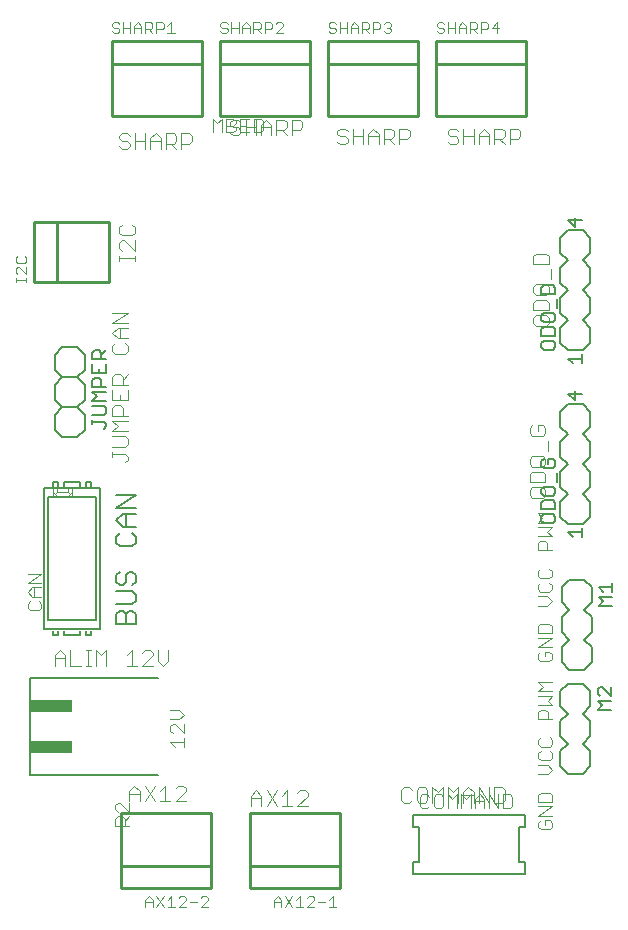
<source format=gto>
G75*
%MOIN*%
%OFA0B0*%
%FSLAX24Y24*%
%IPPOS*%
%LPD*%
%AMOC8*
5,1,8,0,0,1.08239X$1,22.5*
%
%ADD10C,0.0060*%
%ADD11C,0.0040*%
%ADD12C,0.0080*%
%ADD13C,0.0100*%
%ADD14C,0.0050*%
%ADD15R,0.1447X0.0413*%
D10*
X003612Y011041D02*
X003612Y011361D01*
X003719Y011468D01*
X003826Y011468D01*
X003933Y011361D01*
X003933Y011041D01*
X004253Y011041D02*
X004253Y011361D01*
X004146Y011468D01*
X004039Y011468D01*
X003933Y011361D01*
X004146Y011685D02*
X004253Y011792D01*
X004253Y012006D01*
X004146Y012112D01*
X003612Y012112D01*
X003719Y012330D02*
X003612Y012437D01*
X003612Y012650D01*
X003719Y012757D01*
X003933Y012650D02*
X003933Y012437D01*
X003826Y012330D01*
X003719Y012330D01*
X003933Y012650D02*
X004039Y012757D01*
X004146Y012757D01*
X004253Y012650D01*
X004253Y012437D01*
X004146Y012330D01*
X004146Y011685D02*
X003612Y011685D01*
X003612Y011041D02*
X004253Y011041D01*
X004146Y013619D02*
X003719Y013619D01*
X003612Y013726D01*
X003612Y013939D01*
X003719Y014046D01*
X003826Y014264D02*
X003612Y014477D01*
X003826Y014691D01*
X004253Y014691D01*
X004253Y014908D02*
X003612Y014908D01*
X004253Y015335D01*
X003612Y015335D01*
X003933Y014691D02*
X003933Y014264D01*
X003826Y014264D02*
X004253Y014264D01*
X004146Y014046D02*
X004253Y013939D01*
X004253Y013726D01*
X004146Y013619D01*
X002316Y017247D02*
X001816Y017247D01*
X001566Y017497D01*
X001566Y017997D01*
X001816Y018247D01*
X001566Y018497D01*
X001566Y018997D01*
X001816Y019247D01*
X001566Y019497D01*
X001566Y019997D01*
X001816Y020247D01*
X002316Y020247D01*
X002566Y019997D01*
X002566Y019497D01*
X002316Y019247D01*
X002566Y018997D01*
X002566Y018497D01*
X002316Y018247D01*
X002566Y017997D01*
X002566Y017497D01*
X002316Y017247D01*
X002316Y018247D02*
X001816Y018247D01*
X001816Y019247D02*
X002316Y019247D01*
X018409Y018107D02*
X018409Y017607D01*
X018659Y017357D01*
X018409Y017107D01*
X018409Y016607D01*
X018659Y016357D01*
X018409Y016107D01*
X018409Y015607D01*
X018659Y015357D01*
X018409Y015107D01*
X018409Y014607D01*
X018659Y014357D01*
X019159Y014357D01*
X019409Y014607D01*
X019409Y015107D01*
X019159Y015357D01*
X019409Y015607D01*
X019409Y016107D01*
X019159Y016357D01*
X019409Y016607D01*
X019409Y017107D01*
X019159Y017357D01*
X019409Y017607D01*
X019409Y018107D01*
X019159Y018357D01*
X018659Y018357D01*
X018409Y018107D01*
X018659Y020145D02*
X018409Y020395D01*
X018409Y020895D01*
X018659Y021145D01*
X018409Y021395D01*
X018409Y021895D01*
X018659Y022145D01*
X018409Y022395D01*
X018409Y022895D01*
X018659Y023145D01*
X018409Y023395D01*
X018409Y023895D01*
X018659Y024145D01*
X019159Y024145D01*
X019409Y023895D01*
X019409Y023395D01*
X019159Y023145D01*
X019409Y022895D01*
X019409Y022395D01*
X019159Y022145D01*
X019409Y021895D01*
X019409Y021395D01*
X019159Y021145D01*
X019409Y020895D01*
X019409Y020395D01*
X019159Y020145D01*
X018659Y020145D01*
D11*
X003578Y004537D02*
X003578Y004307D01*
X004039Y004307D01*
X003885Y004307D02*
X003885Y004537D01*
X003808Y004614D01*
X003655Y004614D01*
X003578Y004537D01*
X003655Y004767D02*
X003578Y004844D01*
X003578Y004997D01*
X003655Y005074D01*
X003732Y005074D01*
X004039Y004767D01*
X004039Y005074D01*
X004039Y005114D02*
X004039Y005460D01*
X004213Y005634D01*
X004386Y005460D01*
X004386Y005114D01*
X004555Y005114D02*
X004902Y005634D01*
X005070Y005460D02*
X005244Y005634D01*
X005244Y005114D01*
X005417Y005114D02*
X005070Y005114D01*
X004902Y005114D02*
X004555Y005634D01*
X004386Y005374D02*
X004039Y005374D01*
X004039Y004614D02*
X003885Y004460D01*
X004701Y001944D02*
X004821Y001824D01*
X004821Y001584D01*
X004950Y001584D02*
X005190Y001944D01*
X005318Y001824D02*
X005438Y001944D01*
X005438Y001584D01*
X005318Y001584D02*
X005558Y001584D01*
X005686Y001584D02*
X005926Y001824D01*
X005926Y001884D01*
X005866Y001944D01*
X005746Y001944D01*
X005686Y001884D01*
X005686Y001584D02*
X005926Y001584D01*
X006054Y001764D02*
X006295Y001764D01*
X006423Y001884D02*
X006483Y001944D01*
X006603Y001944D01*
X006663Y001884D01*
X006663Y001824D01*
X006423Y001584D01*
X006663Y001584D01*
X005190Y001584D02*
X004950Y001944D01*
X004821Y001764D02*
X004581Y001764D01*
X004581Y001824D02*
X004701Y001944D01*
X004581Y001824D02*
X004581Y001584D01*
X005586Y005114D02*
X005933Y005460D01*
X005933Y005547D01*
X005846Y005634D01*
X005673Y005634D01*
X005586Y005547D01*
X005586Y005114D02*
X005933Y005114D01*
X005869Y006929D02*
X005869Y007236D01*
X005869Y007083D02*
X005409Y007083D01*
X005562Y006929D01*
X005486Y007390D02*
X005409Y007466D01*
X005409Y007620D01*
X005486Y007697D01*
X005562Y007697D01*
X005869Y007390D01*
X005869Y007697D01*
X005716Y007850D02*
X005869Y008003D01*
X005716Y008157D01*
X005409Y008157D01*
X005409Y007850D02*
X005716Y007850D01*
X005166Y009633D02*
X005339Y009807D01*
X005339Y010154D01*
X004993Y010154D02*
X004993Y009807D01*
X005166Y009633D01*
X004824Y009633D02*
X004477Y009633D01*
X004824Y009980D01*
X004824Y010067D01*
X004737Y010154D01*
X004564Y010154D01*
X004477Y010067D01*
X004135Y010154D02*
X004135Y009633D01*
X004308Y009633D02*
X003961Y009633D01*
X003961Y009980D02*
X004135Y010154D01*
X003277Y010154D02*
X003277Y009633D01*
X003103Y009980D02*
X003277Y010154D01*
X003103Y009980D02*
X002930Y010154D01*
X002930Y009633D01*
X002760Y009633D02*
X002586Y009633D01*
X002673Y009633D02*
X002673Y010154D01*
X002586Y010154D02*
X002760Y010154D01*
X002418Y009633D02*
X002071Y009633D01*
X002071Y010154D01*
X001902Y009980D02*
X001902Y009633D01*
X001902Y009893D02*
X001555Y009893D01*
X001555Y009980D02*
X001728Y010154D01*
X001902Y009980D01*
X001555Y009980D02*
X001555Y009633D01*
X001037Y011478D02*
X000730Y011478D01*
X000653Y011554D01*
X000653Y011708D01*
X000730Y011785D01*
X000806Y011938D02*
X000653Y012092D01*
X000806Y012245D01*
X001113Y012245D01*
X001113Y012398D02*
X000653Y012398D01*
X001113Y012705D01*
X000653Y012705D01*
X000883Y012245D02*
X000883Y011938D01*
X000806Y011938D02*
X001113Y011938D01*
X001037Y011785D02*
X001113Y011708D01*
X001113Y011554D01*
X001037Y011478D01*
X001503Y015294D02*
X001503Y015412D01*
X001622Y015294D01*
X001582Y015373D02*
X001622Y015412D01*
X002015Y015412D01*
X002055Y015373D01*
X002015Y015412D02*
X002015Y015531D01*
X002133Y015531D02*
X002133Y015412D01*
X002015Y015294D01*
X002133Y015294D02*
X002133Y015412D01*
X001622Y015412D02*
X001622Y015531D01*
X001503Y015531D02*
X001503Y015412D01*
X003479Y016594D02*
X003479Y016768D01*
X003479Y016681D02*
X003912Y016681D01*
X003999Y016594D01*
X003999Y016507D01*
X003912Y016421D01*
X003912Y016936D02*
X003999Y017023D01*
X003999Y017196D01*
X003912Y017283D01*
X003479Y017283D01*
X003479Y017452D02*
X003652Y017625D01*
X003479Y017799D01*
X003999Y017799D01*
X003999Y017968D02*
X003479Y017968D01*
X003479Y018228D01*
X003565Y018314D01*
X003739Y018314D01*
X003826Y018228D01*
X003826Y017968D01*
X003739Y018483D02*
X003739Y018657D01*
X003999Y018483D02*
X003999Y018830D01*
X003999Y018999D02*
X003479Y018999D01*
X003479Y019259D01*
X003565Y019346D01*
X003739Y019346D01*
X003826Y019259D01*
X003826Y018999D01*
X003826Y019172D02*
X003999Y019346D01*
X003912Y020030D02*
X003565Y020030D01*
X003479Y020117D01*
X003479Y020290D01*
X003565Y020377D01*
X003652Y020546D02*
X003479Y020719D01*
X003652Y020893D01*
X003999Y020893D01*
X003999Y021061D02*
X003479Y021061D01*
X003999Y021408D01*
X003479Y021408D01*
X003739Y020893D02*
X003739Y020546D01*
X003652Y020546D02*
X003999Y020546D01*
X003912Y020377D02*
X003999Y020290D01*
X003999Y020117D01*
X003912Y020030D01*
X003479Y018830D02*
X003479Y018483D01*
X003999Y018483D01*
X003999Y017452D02*
X003479Y017452D01*
X003479Y016936D02*
X003912Y016936D01*
X000613Y022440D02*
X000613Y022560D01*
X000613Y022500D02*
X000253Y022500D01*
X000253Y022440D02*
X000253Y022560D01*
X000313Y022686D02*
X000253Y022746D01*
X000253Y022866D01*
X000313Y022926D01*
X000373Y022926D01*
X000613Y022686D01*
X000613Y022926D01*
X000553Y023054D02*
X000613Y023114D01*
X000613Y023234D01*
X000553Y023294D01*
X000553Y023054D02*
X000313Y023054D01*
X000253Y023114D01*
X000253Y023234D01*
X000313Y023294D01*
X003703Y023303D02*
X003703Y023129D01*
X003703Y023216D02*
X004224Y023216D01*
X004224Y023129D02*
X004224Y023303D01*
X004224Y023473D02*
X003877Y023820D01*
X003790Y023820D01*
X003703Y023733D01*
X003703Y023560D01*
X003790Y023473D01*
X004224Y023473D02*
X004224Y023820D01*
X004137Y023989D02*
X004224Y024075D01*
X004224Y024249D01*
X004137Y024336D01*
X004137Y023989D02*
X003790Y023989D01*
X003703Y024075D01*
X003703Y024249D01*
X003790Y024336D01*
X003804Y026865D02*
X003717Y026951D01*
X003804Y026865D02*
X003977Y026865D01*
X004064Y026951D01*
X004064Y027038D01*
X003977Y027125D01*
X003804Y027125D01*
X003717Y027212D01*
X003717Y027298D01*
X003804Y027385D01*
X003977Y027385D01*
X004064Y027298D01*
X004233Y027385D02*
X004233Y026865D01*
X004233Y027125D02*
X004579Y027125D01*
X004748Y027125D02*
X005095Y027125D01*
X005095Y027212D02*
X005095Y026865D01*
X005264Y026865D02*
X005264Y027385D01*
X005524Y027385D01*
X005611Y027298D01*
X005611Y027125D01*
X005524Y027038D01*
X005264Y027038D01*
X005437Y027038D02*
X005611Y026865D01*
X005779Y026865D02*
X005779Y027385D01*
X006040Y027385D01*
X006126Y027298D01*
X006126Y027125D01*
X006040Y027038D01*
X005779Y027038D01*
X005095Y027212D02*
X004922Y027385D01*
X004748Y027212D01*
X004748Y026865D01*
X004579Y026865D02*
X004579Y027385D01*
X006823Y027409D02*
X006823Y027869D01*
X006976Y027716D01*
X007130Y027869D01*
X007130Y027409D01*
X007283Y027409D02*
X007283Y027869D01*
X007513Y027869D01*
X007590Y027792D01*
X007590Y027716D01*
X007513Y027639D01*
X007283Y027639D01*
X007402Y027664D02*
X007489Y027578D01*
X007662Y027578D01*
X007749Y027491D01*
X007749Y027404D01*
X007662Y027317D01*
X007489Y027317D01*
X007402Y027404D01*
X007513Y027409D02*
X007283Y027409D01*
X007513Y027409D02*
X007590Y027486D01*
X007590Y027562D01*
X007513Y027639D01*
X007402Y027664D02*
X007402Y027751D01*
X007489Y027838D01*
X007662Y027838D01*
X007749Y027751D01*
X007743Y027639D02*
X007897Y027639D01*
X007918Y027578D02*
X008265Y027578D01*
X008433Y027578D02*
X008780Y027578D01*
X008780Y027664D02*
X008780Y027317D01*
X008949Y027317D02*
X008949Y027838D01*
X009209Y027838D01*
X009296Y027751D01*
X009296Y027578D01*
X009209Y027491D01*
X008949Y027491D01*
X009122Y027491D02*
X009296Y027317D01*
X009464Y027317D02*
X009464Y027838D01*
X009725Y027838D01*
X009811Y027751D01*
X009811Y027578D01*
X009725Y027491D01*
X009464Y027491D01*
X008780Y027664D02*
X008607Y027838D01*
X008433Y027664D01*
X008433Y027317D01*
X008434Y027409D02*
X008511Y027486D01*
X008511Y027792D01*
X008434Y027869D01*
X008204Y027869D01*
X008204Y027409D01*
X008434Y027409D01*
X008265Y027317D02*
X008265Y027838D01*
X008050Y027869D02*
X007743Y027869D01*
X007743Y027409D01*
X008050Y027409D01*
X007918Y027317D02*
X007918Y027838D01*
X007815Y030728D02*
X007815Y030968D01*
X007935Y031088D01*
X008055Y030968D01*
X008055Y030728D01*
X008183Y030728D02*
X008183Y031088D01*
X008364Y031088D01*
X008424Y031028D01*
X008424Y030908D01*
X008364Y030848D01*
X008183Y030848D01*
X008304Y030848D02*
X008424Y030728D01*
X008552Y030728D02*
X008552Y031088D01*
X008732Y031088D01*
X008792Y031028D01*
X008792Y030908D01*
X008732Y030848D01*
X008552Y030848D01*
X008920Y030728D02*
X009160Y030968D01*
X009160Y031028D01*
X009100Y031088D01*
X008980Y031088D01*
X008920Y031028D01*
X008920Y030728D02*
X009160Y030728D01*
X008055Y030908D02*
X007815Y030908D01*
X007687Y030908D02*
X007447Y030908D01*
X007319Y030848D02*
X007319Y030788D01*
X007259Y030728D01*
X007139Y030728D01*
X007079Y030788D01*
X007139Y030908D02*
X007259Y030908D01*
X007319Y030848D01*
X007447Y030728D02*
X007447Y031088D01*
X007319Y031028D02*
X007259Y031088D01*
X007139Y031088D01*
X007079Y031028D01*
X007079Y030968D01*
X007139Y030908D01*
X007687Y031088D02*
X007687Y030728D01*
X005554Y030728D02*
X005314Y030728D01*
X005434Y030728D02*
X005434Y031088D01*
X005314Y030968D01*
X005186Y031028D02*
X005186Y030908D01*
X005126Y030848D01*
X004945Y030848D01*
X004945Y030728D02*
X004945Y031088D01*
X005126Y031088D01*
X005186Y031028D01*
X004817Y031028D02*
X004817Y030908D01*
X004757Y030848D01*
X004577Y030848D01*
X004697Y030848D02*
X004817Y030728D01*
X004577Y030728D02*
X004577Y031088D01*
X004757Y031088D01*
X004817Y031028D01*
X004449Y030968D02*
X004329Y031088D01*
X004209Y030968D01*
X004209Y030728D01*
X004081Y030728D02*
X004081Y031088D01*
X004081Y030908D02*
X003841Y030908D01*
X003712Y030848D02*
X003712Y030788D01*
X003652Y030728D01*
X003532Y030728D01*
X003472Y030788D01*
X003532Y030908D02*
X003472Y030968D01*
X003472Y031028D01*
X003532Y031088D01*
X003652Y031088D01*
X003712Y031028D01*
X003652Y030908D02*
X003712Y030848D01*
X003652Y030908D02*
X003532Y030908D01*
X003841Y030728D02*
X003841Y031088D01*
X004209Y030908D02*
X004449Y030908D01*
X004449Y030968D02*
X004449Y030728D01*
X010685Y030788D02*
X010745Y030728D01*
X010865Y030728D01*
X010925Y030788D01*
X010925Y030848D01*
X010865Y030908D01*
X010745Y030908D01*
X010685Y030968D01*
X010685Y031028D01*
X010745Y031088D01*
X010865Y031088D01*
X010925Y031028D01*
X011053Y031088D02*
X011053Y030728D01*
X011053Y030908D02*
X011293Y030908D01*
X011421Y030908D02*
X011662Y030908D01*
X011662Y030968D02*
X011662Y030728D01*
X011790Y030728D02*
X011790Y031088D01*
X011970Y031088D01*
X012030Y031028D01*
X012030Y030908D01*
X011970Y030848D01*
X011790Y030848D01*
X011910Y030848D02*
X012030Y030728D01*
X012158Y030728D02*
X012158Y031088D01*
X012338Y031088D01*
X012398Y031028D01*
X012398Y030908D01*
X012338Y030848D01*
X012158Y030848D01*
X012526Y030788D02*
X012586Y030728D01*
X012707Y030728D01*
X012767Y030788D01*
X012767Y030848D01*
X012707Y030908D01*
X012647Y030908D01*
X012707Y030908D02*
X012767Y030968D01*
X012767Y031028D01*
X012707Y031088D01*
X012586Y031088D01*
X012526Y031028D01*
X011662Y030968D02*
X011542Y031088D01*
X011421Y030968D01*
X011421Y030728D01*
X011293Y030728D02*
X011293Y031088D01*
X011237Y027539D02*
X011063Y027539D01*
X010977Y027452D01*
X010977Y027365D01*
X011063Y027278D01*
X011237Y027278D01*
X011324Y027192D01*
X011324Y027105D01*
X011237Y027018D01*
X011063Y027018D01*
X010977Y027105D01*
X011324Y027452D02*
X011237Y027539D01*
X011492Y027539D02*
X011492Y027018D01*
X011492Y027278D02*
X011839Y027278D01*
X012008Y027278D02*
X012355Y027278D01*
X012355Y027365D02*
X012355Y027018D01*
X012524Y027018D02*
X012524Y027539D01*
X012784Y027539D01*
X012871Y027452D01*
X012871Y027278D01*
X012784Y027192D01*
X012524Y027192D01*
X012697Y027192D02*
X012871Y027018D01*
X013039Y027018D02*
X013039Y027539D01*
X013299Y027539D01*
X013386Y027452D01*
X013386Y027278D01*
X013299Y027192D01*
X013039Y027192D01*
X012355Y027365D02*
X012181Y027539D01*
X012008Y027365D01*
X012008Y027018D01*
X011839Y027018D02*
X011839Y027539D01*
X014351Y030728D02*
X014291Y030788D01*
X014351Y030728D02*
X014471Y030728D01*
X014531Y030788D01*
X014531Y030848D01*
X014471Y030908D01*
X014351Y030908D01*
X014291Y030968D01*
X014291Y031028D01*
X014351Y031088D01*
X014471Y031088D01*
X014531Y031028D01*
X014659Y031088D02*
X014659Y030728D01*
X014659Y030908D02*
X014900Y030908D01*
X015028Y030908D02*
X015268Y030908D01*
X015268Y030968D02*
X015268Y030728D01*
X015396Y030728D02*
X015396Y031088D01*
X015576Y031088D01*
X015636Y031028D01*
X015636Y030908D01*
X015576Y030848D01*
X015396Y030848D01*
X015516Y030848D02*
X015636Y030728D01*
X015764Y030728D02*
X015764Y031088D01*
X015945Y031088D01*
X016005Y031028D01*
X016005Y030908D01*
X015945Y030848D01*
X015764Y030848D01*
X016133Y030908D02*
X016373Y030908D01*
X016313Y030728D02*
X016313Y031088D01*
X016133Y030908D01*
X015268Y030968D02*
X015148Y031088D01*
X015028Y030968D01*
X015028Y030728D01*
X014900Y030728D02*
X014900Y031088D01*
X014922Y027539D02*
X014748Y027539D01*
X014662Y027452D01*
X014662Y027365D01*
X014748Y027278D01*
X014922Y027278D01*
X015009Y027192D01*
X015009Y027105D01*
X014922Y027018D01*
X014748Y027018D01*
X014662Y027105D01*
X015009Y027452D02*
X014922Y027539D01*
X015177Y027539D02*
X015177Y027018D01*
X015177Y027278D02*
X015524Y027278D01*
X015693Y027278D02*
X016040Y027278D01*
X016040Y027365D02*
X016040Y027018D01*
X016209Y027018D02*
X016209Y027539D01*
X016469Y027539D01*
X016556Y027452D01*
X016556Y027278D01*
X016469Y027192D01*
X016209Y027192D01*
X016382Y027192D02*
X016556Y027018D01*
X016724Y027018D02*
X016724Y027539D01*
X016985Y027539D01*
X017071Y027452D01*
X017071Y027278D01*
X016985Y027192D01*
X016724Y027192D01*
X016040Y027365D02*
X015867Y027539D01*
X015693Y027365D01*
X015693Y027018D01*
X015524Y027018D02*
X015524Y027539D01*
X017590Y023374D02*
X017503Y023287D01*
X017503Y023027D01*
X018024Y023027D01*
X018024Y023287D01*
X017937Y023374D01*
X017590Y023374D01*
X018110Y022858D02*
X018110Y022511D01*
X017937Y022343D02*
X018024Y022256D01*
X018024Y022082D01*
X017937Y021996D01*
X017590Y021996D01*
X017503Y022082D01*
X017503Y022256D01*
X017590Y022343D01*
X017937Y022343D01*
X017937Y021827D02*
X017590Y021827D01*
X017503Y021740D01*
X017503Y021480D01*
X018024Y021480D01*
X018024Y021740D01*
X017937Y021827D01*
X017937Y021311D02*
X017590Y021311D01*
X017503Y021225D01*
X017503Y021051D01*
X017590Y020964D01*
X017937Y020964D01*
X018024Y021051D01*
X018024Y021225D01*
X017937Y021311D01*
X017827Y017646D02*
X017653Y017646D01*
X017653Y017472D01*
X017480Y017299D02*
X017827Y017299D01*
X017913Y017385D01*
X017913Y017559D01*
X017827Y017646D01*
X017480Y017646D02*
X017393Y017559D01*
X017393Y017385D01*
X017480Y017299D01*
X018000Y017130D02*
X018000Y016783D01*
X017827Y016614D02*
X017480Y016614D01*
X017393Y016528D01*
X017393Y016354D01*
X017480Y016267D01*
X017827Y016267D01*
X017913Y016354D01*
X017913Y016528D01*
X017827Y016614D01*
X017827Y016099D02*
X017480Y016099D01*
X017393Y016012D01*
X017393Y015752D01*
X017913Y015752D01*
X017913Y016012D01*
X017827Y016099D01*
X017827Y015583D02*
X017480Y015583D01*
X017393Y015496D01*
X017393Y015323D01*
X017480Y015236D01*
X017827Y015236D01*
X017913Y015323D01*
X017913Y015496D01*
X017827Y015583D01*
X017661Y014709D02*
X018121Y014709D01*
X018121Y014402D02*
X017661Y014402D01*
X017814Y014556D01*
X017661Y014709D01*
X017661Y014249D02*
X018121Y014249D01*
X017968Y014096D01*
X018121Y013942D01*
X017661Y013942D01*
X017738Y013789D02*
X017891Y013789D01*
X017968Y013712D01*
X017968Y013482D01*
X018121Y013482D02*
X017661Y013482D01*
X017661Y013712D01*
X017738Y013789D01*
X017738Y012868D02*
X017661Y012791D01*
X017661Y012638D01*
X017738Y012561D01*
X018044Y012561D01*
X018121Y012638D01*
X018121Y012791D01*
X018044Y012868D01*
X018044Y012407D02*
X018121Y012331D01*
X018121Y012177D01*
X018044Y012101D01*
X017738Y012101D01*
X017661Y012177D01*
X017661Y012331D01*
X017738Y012407D01*
X017661Y011947D02*
X017968Y011947D01*
X018121Y011794D01*
X017968Y011640D01*
X017661Y011640D01*
X017738Y011026D02*
X017661Y010950D01*
X017661Y010719D01*
X018121Y010719D01*
X018121Y010950D01*
X018044Y011026D01*
X017738Y011026D01*
X017661Y010566D02*
X018121Y010566D01*
X017661Y010259D01*
X018121Y010259D01*
X018044Y010105D02*
X017891Y010105D01*
X017891Y009952D01*
X017738Y009799D02*
X018044Y009799D01*
X018121Y009875D01*
X018121Y010029D01*
X018044Y010105D01*
X017738Y010105D02*
X017661Y010029D01*
X017661Y009875D01*
X017738Y009799D01*
X017680Y009087D02*
X018141Y009087D01*
X018141Y008780D02*
X017680Y008780D01*
X017834Y008934D01*
X017680Y009087D01*
X017680Y008627D02*
X018141Y008627D01*
X017987Y008474D01*
X018141Y008320D01*
X017680Y008320D01*
X017757Y008167D02*
X017911Y008167D01*
X017987Y008090D01*
X017987Y007860D01*
X018141Y007860D02*
X017680Y007860D01*
X017680Y008090D01*
X017757Y008167D01*
X017757Y007246D02*
X017680Y007169D01*
X017680Y007016D01*
X017757Y006939D01*
X018064Y006939D01*
X018141Y007016D01*
X018141Y007169D01*
X018064Y007246D01*
X018064Y006785D02*
X018141Y006709D01*
X018141Y006555D01*
X018064Y006478D01*
X017757Y006478D01*
X017680Y006555D01*
X017680Y006709D01*
X017757Y006785D01*
X017680Y006325D02*
X017987Y006325D01*
X018141Y006172D01*
X017987Y006018D01*
X017680Y006018D01*
X017757Y005404D02*
X017680Y005327D01*
X017680Y005097D01*
X018141Y005097D01*
X018141Y005327D01*
X018064Y005404D01*
X017757Y005404D01*
X017680Y004944D02*
X018141Y004944D01*
X017680Y004637D01*
X018141Y004637D01*
X018064Y004483D02*
X017911Y004483D01*
X017911Y004330D01*
X018064Y004483D02*
X018141Y004407D01*
X018141Y004253D01*
X018064Y004177D01*
X017757Y004177D01*
X017680Y004253D01*
X017680Y004407D01*
X017757Y004483D01*
X016803Y004962D02*
X016803Y005269D01*
X016727Y005346D01*
X016496Y005346D01*
X016496Y004885D01*
X016727Y004885D01*
X016803Y004962D01*
X016555Y005153D02*
X016555Y005500D01*
X016468Y005587D01*
X016208Y005587D01*
X016208Y005066D01*
X016468Y005066D01*
X016555Y005153D01*
X016343Y005346D02*
X016343Y004885D01*
X016036Y005346D01*
X016036Y004885D01*
X015883Y004885D02*
X015883Y005192D01*
X015729Y005346D01*
X015576Y005192D01*
X015576Y004885D01*
X015422Y004885D02*
X015422Y005346D01*
X015269Y005192D01*
X015115Y005346D01*
X015115Y004885D01*
X014962Y004885D02*
X014962Y005346D01*
X014808Y005192D01*
X014655Y005346D01*
X014655Y004885D01*
X014501Y004962D02*
X014501Y005269D01*
X014425Y005346D01*
X014271Y005346D01*
X014194Y005269D01*
X014194Y004962D01*
X014271Y004885D01*
X014425Y004885D01*
X014501Y004962D01*
X014492Y005066D02*
X014492Y005587D01*
X014319Y005413D01*
X014145Y005587D01*
X014145Y005066D01*
X014041Y004962D02*
X013964Y004885D01*
X013811Y004885D01*
X013734Y004962D01*
X013734Y005269D01*
X013811Y005346D01*
X013964Y005346D01*
X014041Y005269D01*
X013977Y005153D02*
X013977Y005500D01*
X013890Y005587D01*
X013716Y005587D01*
X013630Y005500D01*
X013630Y005153D01*
X013716Y005066D01*
X013890Y005066D01*
X013977Y005153D01*
X013461Y005153D02*
X013374Y005066D01*
X013201Y005066D01*
X013114Y005153D01*
X013114Y005500D01*
X013201Y005587D01*
X013374Y005587D01*
X013461Y005500D01*
X014661Y005587D02*
X014661Y005066D01*
X014834Y005413D02*
X014661Y005587D01*
X014834Y005413D02*
X015008Y005587D01*
X015008Y005066D01*
X015177Y005066D02*
X015177Y005413D01*
X015350Y005587D01*
X015523Y005413D01*
X015523Y005066D01*
X015576Y005115D02*
X015883Y005115D01*
X016039Y005066D02*
X015692Y005587D01*
X015692Y005066D01*
X015523Y005326D02*
X015177Y005326D01*
X016039Y005066D02*
X016039Y005587D01*
X010950Y001584D02*
X010710Y001584D01*
X010830Y001584D02*
X010830Y001944D01*
X010710Y001824D01*
X010582Y001764D02*
X010342Y001764D01*
X010214Y001824D02*
X010214Y001884D01*
X010154Y001944D01*
X010034Y001944D01*
X009974Y001884D01*
X010214Y001824D02*
X009974Y001584D01*
X010214Y001584D01*
X009845Y001584D02*
X009605Y001584D01*
X009725Y001584D02*
X009725Y001944D01*
X009605Y001824D01*
X009477Y001944D02*
X009237Y001584D01*
X009109Y001584D02*
X009109Y001824D01*
X008989Y001944D01*
X008869Y001824D01*
X008869Y001584D01*
X008869Y001764D02*
X009109Y001764D01*
X009237Y001944D02*
X009477Y001584D01*
X009480Y004960D02*
X009133Y004960D01*
X008965Y004960D02*
X008618Y005480D01*
X008449Y005307D02*
X008449Y004960D01*
X008618Y004960D02*
X008965Y005480D01*
X009133Y005307D02*
X009307Y005480D01*
X009307Y004960D01*
X009649Y004960D02*
X009996Y005307D01*
X009996Y005394D01*
X009909Y005480D01*
X009736Y005480D01*
X009649Y005394D01*
X009649Y004960D02*
X009996Y004960D01*
X008449Y005220D02*
X008102Y005220D01*
X008102Y005307D02*
X008276Y005480D01*
X008449Y005307D01*
X008102Y005307D02*
X008102Y004960D01*
D12*
X005015Y005987D02*
X000724Y005987D01*
X000724Y009216D01*
X005015Y009216D01*
X003078Y010845D02*
X003078Y015570D01*
X001188Y015570D01*
X001188Y010845D01*
X003078Y010845D01*
X002921Y011160D02*
X002921Y015255D01*
X001346Y015255D01*
X001346Y011160D01*
X002921Y011160D01*
X002763Y010806D02*
X002763Y010649D01*
X002606Y010649D01*
X002606Y010806D01*
X002409Y010806D02*
X002409Y010649D01*
X001858Y010649D01*
X001858Y010806D01*
X001661Y010806D02*
X001661Y010649D01*
X001503Y010649D01*
X001503Y010806D01*
X001503Y015609D02*
X001503Y015767D01*
X001661Y015767D01*
X001661Y015609D01*
X001858Y015609D02*
X001858Y015767D01*
X002409Y015767D01*
X002409Y015609D01*
X002606Y015609D02*
X002606Y015767D01*
X002763Y015767D01*
X002763Y015609D01*
X018413Y008784D02*
X018413Y008284D01*
X018663Y008034D01*
X018413Y007784D01*
X018413Y007284D01*
X018663Y007034D01*
X018413Y006784D01*
X018413Y006284D01*
X018663Y006034D01*
X019163Y006034D01*
X019413Y006284D01*
X019413Y006784D01*
X019163Y007034D01*
X019413Y007284D01*
X019413Y007784D01*
X019163Y008034D01*
X019413Y008284D01*
X019413Y008784D01*
X019163Y009034D01*
X018663Y009034D01*
X018413Y008784D01*
X018702Y009503D02*
X019202Y009503D01*
X019452Y009753D01*
X019452Y010253D01*
X019202Y010503D01*
X019452Y010753D01*
X019452Y011253D01*
X019202Y011503D01*
X019452Y011753D01*
X019452Y012253D01*
X019202Y012503D01*
X018702Y012503D01*
X018452Y012253D01*
X018452Y011753D01*
X018702Y011503D01*
X018452Y011253D01*
X018452Y010753D01*
X018702Y010503D01*
X018452Y010253D01*
X018452Y009753D01*
X018702Y009503D01*
D13*
X011059Y004714D02*
X011059Y002964D01*
X008059Y002964D01*
X008059Y004714D01*
X011059Y004714D01*
X011059Y002964D02*
X011059Y002214D01*
X008059Y002214D01*
X008059Y002964D01*
X006771Y002964D02*
X006771Y004714D01*
X003771Y004714D01*
X003771Y002964D01*
X006771Y002964D01*
X006771Y002214D01*
X003771Y002214D01*
X003771Y002964D01*
X003383Y022420D02*
X001633Y022420D01*
X001633Y024420D01*
X003383Y024420D01*
X003383Y022420D01*
X001633Y022420D02*
X000883Y022420D01*
X000883Y024420D01*
X001633Y024420D01*
X003452Y027958D02*
X003452Y029708D01*
X006452Y029708D01*
X006452Y027958D01*
X003452Y027958D01*
X003452Y029708D02*
X003452Y030458D01*
X006452Y030458D01*
X006452Y029708D01*
X007059Y029708D02*
X007059Y030458D01*
X010059Y030458D01*
X010059Y029708D01*
X007059Y029708D01*
X007059Y027958D01*
X010059Y027958D01*
X010059Y029708D01*
X010665Y029708D02*
X010665Y030458D01*
X013665Y030458D01*
X013665Y029708D01*
X010665Y029708D01*
X010665Y027958D01*
X013665Y027958D01*
X013665Y029708D01*
X014271Y029708D02*
X014271Y030458D01*
X017271Y030458D01*
X017271Y029708D01*
X014271Y029708D01*
X014271Y027958D01*
X017271Y027958D01*
X017271Y029708D01*
D14*
X018909Y024570D02*
X018909Y024270D01*
X018684Y024495D01*
X019134Y024495D01*
X018159Y022312D02*
X017859Y022312D01*
X017784Y022236D01*
X017784Y022011D01*
X018234Y022011D01*
X018234Y022236D01*
X018159Y022312D01*
X018309Y021851D02*
X018309Y021551D01*
X018159Y021391D02*
X018234Y021316D01*
X018234Y021166D01*
X018159Y021090D01*
X017859Y021090D01*
X017784Y021166D01*
X017784Y021316D01*
X017859Y021391D01*
X018159Y021391D01*
X018159Y020930D02*
X017859Y020930D01*
X017784Y020855D01*
X017784Y020630D01*
X018234Y020630D01*
X018234Y020855D01*
X018159Y020930D01*
X018159Y020470D02*
X017859Y020470D01*
X017784Y020395D01*
X017784Y020245D01*
X017859Y020170D01*
X018159Y020170D01*
X018234Y020245D01*
X018234Y020395D01*
X018159Y020470D01*
X018684Y019870D02*
X019134Y019870D01*
X019134Y019720D02*
X019134Y020020D01*
X018834Y019720D02*
X018684Y019870D01*
X018909Y018783D02*
X018909Y018482D01*
X018684Y018707D01*
X019134Y018707D01*
X018159Y016524D02*
X018009Y016524D01*
X018009Y016374D01*
X017859Y016224D02*
X018159Y016224D01*
X018234Y016299D01*
X018234Y016449D01*
X018159Y016524D01*
X017859Y016524D02*
X017784Y016449D01*
X017784Y016299D01*
X017859Y016224D01*
X018309Y016064D02*
X018309Y015763D01*
X018159Y015603D02*
X017859Y015603D01*
X017784Y015528D01*
X017784Y015378D01*
X017859Y015303D01*
X018159Y015303D01*
X018234Y015378D01*
X018234Y015528D01*
X018159Y015603D01*
X018159Y015143D02*
X017859Y015143D01*
X017784Y015068D01*
X017784Y014843D01*
X018234Y014843D01*
X018234Y015068D01*
X018159Y015143D01*
X018159Y014683D02*
X017859Y014683D01*
X017784Y014607D01*
X017784Y014457D01*
X017859Y014382D01*
X018159Y014382D01*
X018234Y014457D01*
X018234Y014607D01*
X018159Y014683D01*
X018684Y014082D02*
X019134Y014082D01*
X019134Y013932D02*
X019134Y014233D01*
X018834Y013932D02*
X018684Y014082D01*
X019697Y012248D02*
X020147Y012248D01*
X020147Y012098D02*
X020147Y012398D01*
X020147Y011937D02*
X019697Y011937D01*
X019847Y011787D01*
X019697Y011637D01*
X020147Y011637D01*
X019847Y012098D02*
X019697Y012248D01*
X019733Y008929D02*
X019657Y008854D01*
X019657Y008704D01*
X019733Y008629D01*
X019657Y008469D02*
X020108Y008469D01*
X020108Y008629D02*
X019808Y008929D01*
X019733Y008929D01*
X019657Y008469D02*
X019808Y008319D01*
X019657Y008169D01*
X020108Y008169D01*
X020108Y008629D02*
X020108Y008929D01*
X017242Y004668D02*
X017242Y004275D01*
X017045Y004275D01*
X017045Y003094D01*
X017242Y003094D01*
X017242Y002700D01*
X013517Y002700D01*
X013517Y003094D01*
X013714Y003094D01*
X013714Y004275D01*
X013517Y004275D01*
X013517Y004668D01*
X017242Y004668D01*
X003261Y017615D02*
X003186Y017540D01*
X003261Y017615D02*
X003261Y017690D01*
X003186Y017765D01*
X002811Y017765D01*
X002811Y017690D02*
X002811Y017840D01*
X002811Y018000D02*
X003186Y018000D01*
X003261Y018075D01*
X003261Y018225D01*
X003186Y018300D01*
X002811Y018300D01*
X002811Y018460D02*
X002961Y018611D01*
X002811Y018761D01*
X003261Y018761D01*
X003261Y018921D02*
X002811Y018921D01*
X002811Y019146D01*
X002886Y019221D01*
X003036Y019221D01*
X003111Y019146D01*
X003111Y018921D01*
X003036Y019381D02*
X003036Y019531D01*
X002811Y019381D02*
X003261Y019381D01*
X003261Y019682D01*
X003261Y019842D02*
X002811Y019842D01*
X002811Y020067D01*
X002886Y020142D01*
X003036Y020142D01*
X003111Y020067D01*
X003111Y019842D01*
X003111Y019992D02*
X003261Y020142D01*
X002811Y019682D02*
X002811Y019381D01*
X002811Y018460D02*
X003261Y018460D01*
D15*
X001428Y008290D03*
X001428Y006912D03*
M02*

</source>
